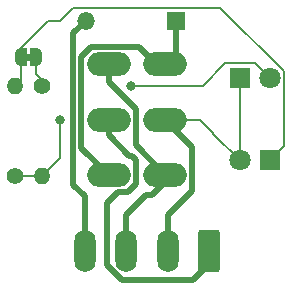
<source format=gbr>
%TF.GenerationSoftware,KiCad,Pcbnew,8.0.8*%
%TF.CreationDate,2025-02-01T16:22:36+01:00*%
%TF.ProjectId,pointControl,706f696e-7443-46f6-9e74-726f6c2e6b69,rev?*%
%TF.SameCoordinates,Original*%
%TF.FileFunction,Copper,L1,Top*%
%TF.FilePolarity,Positive*%
%FSLAX46Y46*%
G04 Gerber Fmt 4.6, Leading zero omitted, Abs format (unit mm)*
G04 Created by KiCad (PCBNEW 8.0.8) date 2025-02-01 16:22:36*
%MOMM*%
%LPD*%
G01*
G04 APERTURE LIST*
G04 Aperture macros list*
%AMRoundRect*
0 Rectangle with rounded corners*
0 $1 Rounding radius*
0 $2 $3 $4 $5 $6 $7 $8 $9 X,Y pos of 4 corners*
0 Add a 4 corners polygon primitive as box body*
4,1,4,$2,$3,$4,$5,$6,$7,$8,$9,$2,$3,0*
0 Add four circle primitives for the rounded corners*
1,1,$1+$1,$2,$3*
1,1,$1+$1,$4,$5*
1,1,$1+$1,$6,$7*
1,1,$1+$1,$8,$9*
0 Add four rect primitives between the rounded corners*
20,1,$1+$1,$2,$3,$4,$5,0*
20,1,$1+$1,$4,$5,$6,$7,0*
20,1,$1+$1,$6,$7,$8,$9,0*
20,1,$1+$1,$8,$9,$2,$3,0*%
%AMFreePoly0*
4,1,19,0.500000,-0.750000,0.000000,-0.750000,0.000000,-0.744911,-0.071157,-0.744911,-0.207708,-0.704816,-0.327430,-0.627875,-0.420627,-0.520320,-0.479746,-0.390866,-0.500000,-0.250000,-0.500000,0.250000,-0.479746,0.390866,-0.420627,0.520320,-0.327430,0.627875,-0.207708,0.704816,-0.071157,0.744911,0.000000,0.744911,0.000000,0.750000,0.500000,0.750000,0.500000,-0.750000,0.500000,-0.750000,
$1*%
%AMFreePoly1*
4,1,19,0.000000,0.744911,0.071157,0.744911,0.207708,0.704816,0.327430,0.627875,0.420627,0.520320,0.479746,0.390866,0.500000,0.250000,0.500000,-0.250000,0.479746,-0.390866,0.420627,-0.520320,0.327430,-0.627875,0.207708,-0.704816,0.071157,-0.744911,0.000000,-0.744911,0.000000,-0.750000,-0.500000,-0.750000,-0.500000,0.750000,0.000000,0.750000,0.000000,0.744911,0.000000,0.744911,
$1*%
G04 Aperture macros list end*
%TA.AperFunction,EtchedComponent*%
%ADD10C,0.000000*%
%TD*%
%TA.AperFunction,ComponentPad*%
%ADD11RoundRect,0.250000X0.650000X1.550000X-0.650000X1.550000X-0.650000X-1.550000X0.650000X-1.550000X0*%
%TD*%
%TA.AperFunction,ComponentPad*%
%ADD12O,1.800000X3.600000*%
%TD*%
%TA.AperFunction,ComponentPad*%
%ADD13R,1.800000X1.800000*%
%TD*%
%TA.AperFunction,ComponentPad*%
%ADD14C,1.800000*%
%TD*%
%TA.AperFunction,ComponentPad*%
%ADD15C,1.400000*%
%TD*%
%TA.AperFunction,ComponentPad*%
%ADD16O,1.400000X1.400000*%
%TD*%
%TA.AperFunction,ComponentPad*%
%ADD17R,1.500000X1.500000*%
%TD*%
%TA.AperFunction,ComponentPad*%
%ADD18O,1.500000X1.500000*%
%TD*%
%TA.AperFunction,ComponentPad*%
%ADD19O,3.700000X2.000000*%
%TD*%
%TA.AperFunction,SMDPad,CuDef*%
%ADD20FreePoly0,0.000000*%
%TD*%
%TA.AperFunction,SMDPad,CuDef*%
%ADD21FreePoly1,0.000000*%
%TD*%
%TA.AperFunction,ViaPad*%
%ADD22C,0.800000*%
%TD*%
%TA.AperFunction,Conductor*%
%ADD23C,0.500000*%
%TD*%
%TA.AperFunction,Conductor*%
%ADD24C,0.200000*%
%TD*%
G04 APERTURE END LIST*
D10*
%TA.AperFunction,EtchedComponent*%
%TO.C,JP1*%
G36*
X144592000Y-67887000D02*
G01*
X144092000Y-67887000D01*
X144092000Y-67287000D01*
X144592000Y-67287000D01*
X144592000Y-67887000D01*
G37*
%TD.AperFunction*%
%TD*%
D11*
%TO.P,J1,1,Pin_1*%
%TO.N,Net-(J1-Pin_1)*%
X159639000Y-84000000D03*
D12*
%TO.P,J1,2,Pin_2*%
%TO.N,Net-(D_NEG2-A)*%
X156139000Y-84000000D03*
%TO.P,J1,3,Pin_3*%
%TO.N,/negIn*%
X152639000Y-84000000D03*
%TO.P,J1,4,Pin_4*%
%TO.N,Net-(D1-A)*%
X149139000Y-84000000D03*
%TD*%
D13*
%TO.P,D_POS3,1,K*%
%TO.N,Net-(D_NEG2-A)*%
X162230000Y-69300000D03*
D14*
%TO.P,D_POS3,2,A*%
%TO.N,Net-(D_POS3-A)*%
X164770000Y-69300000D03*
%TD*%
D15*
%TO.P,R1,1*%
%TO.N,Net-(J1-Pin_1)*%
X143239000Y-77620000D03*
D16*
%TO.P,R1,2*%
%TO.N,Net-(D_NEG2-K)*%
X143239000Y-70000000D03*
%TD*%
D17*
%TO.P,D1,1,K*%
%TO.N,/posIn*%
X156815000Y-64500000D03*
D18*
%TO.P,D1,2,A*%
%TO.N,Net-(D1-A)*%
X149195000Y-64500000D03*
%TD*%
D19*
%TO.P,SW1,1,A*%
%TO.N,/posIn*%
X151143000Y-77550000D03*
%TO.P,SW1,2,B*%
%TO.N,Net-(J1-Pin_1)*%
X151143000Y-72850000D03*
%TO.P,SW1,3,C*%
%TO.N,/negIn*%
X151143000Y-68150000D03*
%TO.P,SW1,4,A*%
X155943000Y-77550000D03*
%TO.P,SW1,5,B*%
%TO.N,Net-(D_NEG2-A)*%
X155943000Y-72850000D03*
%TO.P,SW1,6,C*%
%TO.N,/posIn*%
X155943000Y-68150000D03*
%TD*%
D13*
%TO.P,D_NEG2,1,K*%
%TO.N,Net-(D_NEG2-K)*%
X164770000Y-76300000D03*
D14*
%TO.P,D_NEG2,2,A*%
%TO.N,Net-(D_NEG2-A)*%
X162230000Y-76300000D03*
%TD*%
D20*
%TO.P,JP1,1,A*%
%TO.N,Net-(D_NEG2-K)*%
X143692000Y-67587000D03*
D21*
%TO.P,JP1,2,B*%
%TO.N,Net-(D_POS3-A)*%
X144992000Y-67587000D03*
%TD*%
D15*
%TO.P,R2,1*%
%TO.N,Net-(D_POS3-A)*%
X145500000Y-70000000D03*
D16*
%TO.P,R2,2*%
%TO.N,Net-(J1-Pin_1)*%
X145500000Y-77620000D03*
%TD*%
D22*
%TO.N,Net-(J1-Pin_1)*%
X147000000Y-72898000D03*
%TO.N,Net-(D_POS3-A)*%
X153000000Y-70000000D03*
%TD*%
D23*
%TO.N,/negIn*%
X154305000Y-79248000D02*
X154813000Y-79248000D01*
X152639000Y-80914000D02*
X154305000Y-79248000D01*
X155943000Y-78118000D02*
X155943000Y-77550000D01*
X152639000Y-84000000D02*
X152639000Y-80914000D01*
X154813000Y-79248000D02*
X155943000Y-78118000D01*
%TO.N,Net-(D_NEG2-A)*%
X158243000Y-75150000D02*
X155943000Y-72850000D01*
X158243000Y-78866000D02*
X158243000Y-75150000D01*
X156139000Y-80970000D02*
X158243000Y-78866000D01*
X156139000Y-84000000D02*
X156139000Y-80970000D01*
%TO.N,Net-(J1-Pin_1)*%
X159639000Y-85090000D02*
X159639000Y-84000000D01*
X158279000Y-86450000D02*
X159639000Y-85090000D01*
X152279812Y-86450000D02*
X158279000Y-86450000D01*
X151003000Y-85173188D02*
X152279812Y-86450000D01*
X151953312Y-79000000D02*
X151003000Y-79950312D01*
X152793610Y-79000000D02*
X151953312Y-79000000D01*
X151003000Y-79950312D02*
X151003000Y-85173188D01*
X153451525Y-78342085D02*
X152793610Y-79000000D01*
X153095050Y-75946000D02*
X153451525Y-76302475D01*
X153451525Y-76302475D02*
X153451525Y-78342085D01*
X152908000Y-75946000D02*
X153095050Y-75946000D01*
X151143000Y-74181000D02*
X152908000Y-75946000D01*
X151143000Y-72850000D02*
X151143000Y-74181000D01*
%TO.N,Net-(D1-A)*%
X148143000Y-78359000D02*
X148143000Y-65552000D01*
X149139000Y-79355000D02*
X148143000Y-78359000D01*
X149139000Y-84000000D02*
X149139000Y-79355000D01*
X148143000Y-65552000D02*
X149195000Y-64500000D01*
D24*
%TO.N,Net-(J1-Pin_1)*%
X147000000Y-72898000D02*
X147000000Y-76120000D01*
X147000000Y-76120000D02*
X145500000Y-77620000D01*
X145500000Y-77620000D02*
X143239000Y-77620000D01*
D23*
%TO.N,/posIn*%
X156815000Y-64500000D02*
X156815000Y-67278000D01*
X153700000Y-66700000D02*
X154500000Y-67500000D01*
X149692390Y-66700000D02*
X153700000Y-66700000D01*
X148843000Y-75250000D02*
X148843000Y-67549390D01*
X151143000Y-77550000D02*
X148843000Y-75250000D01*
X154500000Y-67500000D02*
X155293000Y-67500000D01*
X156815000Y-67278000D02*
X155943000Y-68150000D01*
X155293000Y-67500000D02*
X155943000Y-68150000D01*
X148843000Y-67549390D02*
X149692390Y-66700000D01*
D24*
%TO.N,Net-(D_NEG2-A)*%
X160000000Y-74000000D02*
X158850000Y-72850000D01*
X162230000Y-69300000D02*
X162230000Y-76300000D01*
X160000000Y-74070000D02*
X160000000Y-74000000D01*
X162230000Y-76300000D02*
X160000000Y-74070000D01*
X158850000Y-72850000D02*
X155943000Y-72850000D01*
%TO.N,Net-(D_NEG2-K)*%
X147000000Y-64500000D02*
X146024000Y-64500000D01*
X143692000Y-66832000D02*
X143692000Y-67587000D01*
X160600000Y-63400000D02*
X148100000Y-63400000D01*
X143692000Y-67587000D02*
X143692000Y-69547000D01*
X164770000Y-76300000D02*
X165970000Y-75100000D01*
X165970000Y-68770000D02*
X160600000Y-63400000D01*
X165970000Y-75100000D02*
X165970000Y-68770000D01*
X143692000Y-69547000D02*
X143239000Y-70000000D01*
X148100000Y-63400000D02*
X147000000Y-64500000D01*
X146024000Y-64500000D02*
X143692000Y-66832000D01*
%TO.N,Net-(D_POS3-A)*%
X161030000Y-68100000D02*
X163570000Y-68100000D01*
X156400000Y-70000000D02*
X159130000Y-70000000D01*
X159130000Y-70000000D02*
X161030000Y-68100000D01*
X156400000Y-70000000D02*
X156300000Y-70000000D01*
X145500000Y-70000000D02*
X145500000Y-69500000D01*
X144992000Y-68992000D02*
X144992000Y-67587000D01*
X145500000Y-69500000D02*
X144992000Y-68992000D01*
X157450000Y-70000000D02*
X156400000Y-70000000D01*
X153000000Y-70000000D02*
X156300000Y-70000000D01*
X163570000Y-68100000D02*
X164770000Y-69300000D01*
D23*
%TO.N,/negIn*%
X151143000Y-68150000D02*
X151143000Y-69643000D01*
X153443000Y-71943000D02*
X153443000Y-75050000D01*
X153443000Y-75050000D02*
X155943000Y-77550000D01*
X151143000Y-69643000D02*
X153443000Y-71943000D01*
%TD*%
M02*

</source>
